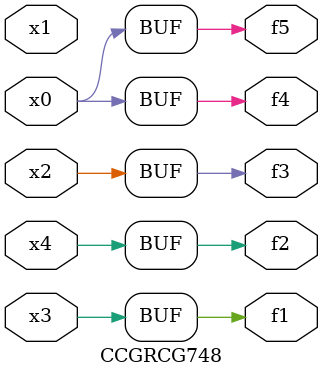
<source format=v>
module CCGRCG748(
	input x0, x1, x2, x3, x4,
	output f1, f2, f3, f4, f5
);
	assign f1 = x3;
	assign f2 = x4;
	assign f3 = x2;
	assign f4 = x0;
	assign f5 = x0;
endmodule

</source>
